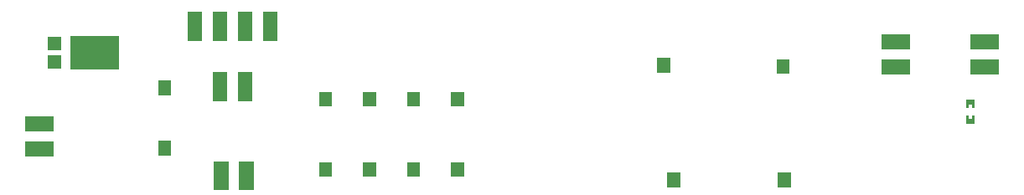
<source format=gtp>
G04 Layer: TopPasteMaskLayer*
G04 EasyEDA v6.5.9, 2022-08-06 01:21:30*
G04 bc8d98b3e954460ba80fd4d649655d9a,c09117847ad249c1abd8b20aa127d3a4,10*
G04 Gerber Generator version 0.2*
G04 Scale: 100 percent, Rotated: No, Reflected: No *
G04 Dimensions in millimeters *
G04 leading zeros omitted , absolute positions ,4 integer and 5 decimal *
%FSLAX45Y45*%
%MOMM*%

%ADD10R,1.4000X1.4000*%
%ADD11R,4.9000X3.4000*%
%ADD12R,3.0000X1.5000*%
%ADD13R,1.5000X3.0000*%

%LPD*%
G36*
X10564520Y5915710D02*
G01*
X10559491Y5910681D01*
X10559491Y5830722D01*
X10564520Y5825693D01*
X10587278Y5825693D01*
X10587278Y5862726D01*
X10620298Y5862726D01*
X10620298Y5825693D01*
X10644479Y5825693D01*
X10649508Y5830722D01*
X10649508Y5910681D01*
X10644479Y5915710D01*
G37*
G36*
X10564520Y5755690D02*
G01*
X10559491Y5750712D01*
X10559491Y5671718D01*
X10564520Y5666689D01*
X10644479Y5666689D01*
X10649508Y5671718D01*
X10649508Y5750712D01*
X10644479Y5755690D01*
X10620298Y5755690D01*
X10620298Y5717692D01*
X10587278Y5717692D01*
X10587278Y5755690D01*
G37*
G36*
X4024375Y5993256D02*
G01*
X4154424Y5993256D01*
X4154424Y5843143D01*
X4024375Y5843143D01*
G37*
G36*
X4024375Y5282056D02*
G01*
X4154424Y5282056D01*
X4154424Y5131943D01*
X4024375Y5131943D01*
G37*
G36*
X7440675Y6336156D02*
G01*
X7570724Y6336156D01*
X7570724Y6186043D01*
X7440675Y6186043D01*
G37*
G36*
X7542275Y5175046D02*
G01*
X7672324Y5175046D01*
X7672324Y5024932D01*
X7542275Y5024932D01*
G37*
G36*
X8647175Y6323456D02*
G01*
X8777224Y6323456D01*
X8777224Y6173343D01*
X8647175Y6173343D01*
G37*
G36*
X8659875Y5175046D02*
G01*
X8789924Y5175046D01*
X8789924Y5024932D01*
X8659875Y5024932D01*
G37*
G36*
X2398775Y6107556D02*
G01*
X2528824Y6107556D01*
X2528824Y5957443D01*
X2398775Y5957443D01*
G37*
G36*
X2398775Y5497956D02*
G01*
X2528824Y5497956D01*
X2528824Y5347843D01*
X2398775Y5347843D01*
G37*
G36*
X5357875Y5993256D02*
G01*
X5487924Y5993256D01*
X5487924Y5843143D01*
X5357875Y5843143D01*
G37*
G36*
X5357875Y5282056D02*
G01*
X5487924Y5282056D01*
X5487924Y5131943D01*
X5357875Y5131943D01*
G37*
G36*
X4468875Y5993256D02*
G01*
X4598924Y5993256D01*
X4598924Y5843143D01*
X4468875Y5843143D01*
G37*
G36*
X4468875Y5282056D02*
G01*
X4598924Y5282056D01*
X4598924Y5131943D01*
X4468875Y5131943D01*
G37*
G36*
X4913375Y5993256D02*
G01*
X5043424Y5993256D01*
X5043424Y5843143D01*
X4913375Y5843143D01*
G37*
G36*
X4913375Y5282056D02*
G01*
X5043424Y5282056D01*
X5043424Y5131943D01*
X4913375Y5131943D01*
G37*
D10*
G01*
X1346200Y6480098D03*
G01*
X1346200Y6296101D03*
D11*
G01*
X1752600Y6388100D03*
D12*
G01*
X1196187Y5410174D03*
G01*
X1196187Y5664174D03*
G36*
X2947578Y6192822D02*
G01*
X3097580Y6192822D01*
X3097580Y5892822D01*
X2947578Y5892822D01*
G37*
G36*
X3201568Y6192822D02*
G01*
X3351570Y6192822D01*
X3351570Y5892822D01*
X3201568Y5892822D01*
G37*
D13*
G01*
X3289325Y5145887D03*
G01*
X3035325Y5145887D03*
D12*
G01*
X9849967Y6245961D03*
G01*
X9849967Y6499961D03*
G01*
X10749991Y6500012D03*
G01*
X10749991Y6246012D03*
G36*
X2693588Y6802417D02*
G01*
X2843590Y6802417D01*
X2843590Y6502417D01*
X2693588Y6502417D01*
G37*
G36*
X2947578Y6802417D02*
G01*
X3097580Y6802417D01*
X3097580Y6502417D01*
X2947578Y6502417D01*
G37*
G36*
X3201591Y6802417D02*
G01*
X3351593Y6802417D01*
X3351593Y6502417D01*
X3201591Y6502417D01*
G37*
G36*
X3455578Y6804809D02*
G01*
X3605580Y6804809D01*
X3605580Y6504810D01*
X3455578Y6504810D01*
G37*
M02*

</source>
